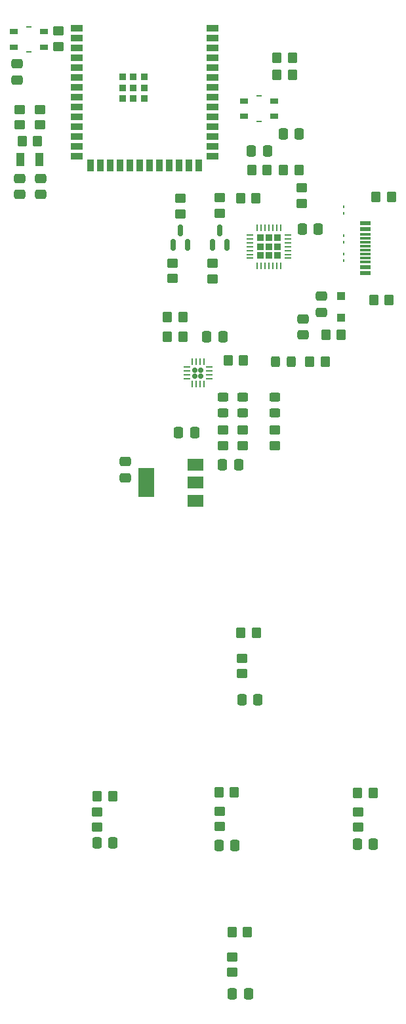
<source format=gbr>
%TF.GenerationSoftware,KiCad,Pcbnew,(6.0.0)*%
%TF.CreationDate,2024-11-08T15:45:11-05:00*%
%TF.ProjectId,sensor-hub,73656e73-6f72-42d6-9875-622e6b696361,rev?*%
%TF.SameCoordinates,Original*%
%TF.FileFunction,Paste,Top*%
%TF.FilePolarity,Positive*%
%FSLAX46Y46*%
G04 Gerber Fmt 4.6, Leading zero omitted, Abs format (unit mm)*
G04 Created by KiCad (PCBNEW (6.0.0)) date 2024-11-08 15:45:11*
%MOMM*%
%LPD*%
G01*
G04 APERTURE LIST*
G04 Aperture macros list*
%AMRoundRect*
0 Rectangle with rounded corners*
0 $1 Rounding radius*
0 $2 $3 $4 $5 $6 $7 $8 $9 X,Y pos of 4 corners*
0 Add a 4 corners polygon primitive as box body*
4,1,4,$2,$3,$4,$5,$6,$7,$8,$9,$2,$3,0*
0 Add four circle primitives for the rounded corners*
1,1,$1+$1,$2,$3*
1,1,$1+$1,$4,$5*
1,1,$1+$1,$6,$7*
1,1,$1+$1,$8,$9*
0 Add four rect primitives between the rounded corners*
20,1,$1+$1,$2,$3,$4,$5,0*
20,1,$1+$1,$4,$5,$6,$7,0*
20,1,$1+$1,$6,$7,$8,$9,0*
20,1,$1+$1,$8,$9,$2,$3,0*%
G04 Aperture macros list end*
%ADD10R,1.100000X1.100000*%
%ADD11R,1.450000X0.600000*%
%ADD12R,1.450000X0.300000*%
%ADD13RoundRect,0.250000X0.337500X0.475000X-0.337500X0.475000X-0.337500X-0.475000X0.337500X-0.475000X0*%
%ADD14R,0.250000X0.360000*%
%ADD15RoundRect,0.250000X0.350000X0.450000X-0.350000X0.450000X-0.350000X-0.450000X0.350000X-0.450000X0*%
%ADD16RoundRect,0.250000X0.475000X-0.337500X0.475000X0.337500X-0.475000X0.337500X-0.475000X-0.337500X0*%
%ADD17R,1.100000X0.700000*%
%ADD18R,0.700000X0.250000*%
%ADD19RoundRect,0.225000X0.225000X0.225000X-0.225000X0.225000X-0.225000X-0.225000X0.225000X-0.225000X0*%
%ADD20RoundRect,0.062500X0.337500X0.062500X-0.337500X0.062500X-0.337500X-0.062500X0.337500X-0.062500X0*%
%ADD21RoundRect,0.062500X0.062500X0.337500X-0.062500X0.337500X-0.062500X-0.337500X0.062500X-0.337500X0*%
%ADD22RoundRect,0.250000X0.450000X-0.350000X0.450000X0.350000X-0.450000X0.350000X-0.450000X-0.350000X0*%
%ADD23RoundRect,0.250000X-0.337500X-0.475000X0.337500X-0.475000X0.337500X0.475000X-0.337500X0.475000X0*%
%ADD24RoundRect,0.150000X0.150000X-0.587500X0.150000X0.587500X-0.150000X0.587500X-0.150000X-0.587500X0*%
%ADD25RoundRect,0.250000X-0.325000X-0.450000X0.325000X-0.450000X0.325000X0.450000X-0.325000X0.450000X0*%
%ADD26RoundRect,0.250000X-0.475000X0.337500X-0.475000X-0.337500X0.475000X-0.337500X0.475000X0.337500X0*%
%ADD27RoundRect,0.250000X-0.450000X0.325000X-0.450000X-0.325000X0.450000X-0.325000X0.450000X0.325000X0*%
%ADD28RoundRect,0.250000X-0.350000X-0.450000X0.350000X-0.450000X0.350000X0.450000X-0.350000X0.450000X0*%
%ADD29RoundRect,0.160000X-0.160000X-0.160000X0.160000X-0.160000X0.160000X0.160000X-0.160000X0.160000X0*%
%ADD30RoundRect,0.062500X-0.375000X-0.062500X0.375000X-0.062500X0.375000X0.062500X-0.375000X0.062500X0*%
%ADD31RoundRect,0.062500X-0.062500X-0.375000X0.062500X-0.375000X0.062500X0.375000X-0.062500X0.375000X0*%
%ADD32R,1.500000X0.900000*%
%ADD33R,0.900000X1.500000*%
%ADD34R,0.900000X0.900000*%
%ADD35R,2.000000X1.500000*%
%ADD36R,2.000000X3.800000*%
%ADD37R,1.000000X1.800000*%
G04 APERTURE END LIST*
D10*
%TO.C,D5*%
X133000000Y-65250000D03*
X133000000Y-62450000D03*
%TD*%
D11*
%TO.C,J1*%
X136115000Y-59550000D03*
X136115000Y-58750000D03*
D12*
X136115000Y-57550000D03*
X136115000Y-56550000D03*
X136115000Y-56050000D03*
X136115000Y-55050000D03*
D11*
X136115000Y-53850000D03*
X136115000Y-53050000D03*
X136115000Y-53050000D03*
X136115000Y-53850000D03*
D12*
X136115000Y-54550000D03*
X136115000Y-55550000D03*
X136115000Y-57050000D03*
X136115000Y-58050000D03*
D11*
X136115000Y-58750000D03*
X136115000Y-59550000D03*
%TD*%
D13*
%TO.C,C1*%
X117737500Y-67700000D03*
X115662500Y-67700000D03*
%TD*%
D14*
%TO.C,D8*%
X133300000Y-51770000D03*
X133300000Y-50930000D03*
%TD*%
D15*
%TO.C,R1*%
X112550000Y-65150000D03*
X110550000Y-65150000D03*
%TD*%
D16*
%TO.C,C4*%
X128050000Y-67487500D03*
X128050000Y-65412500D03*
%TD*%
D15*
%TO.C,R17*%
X122050000Y-105950000D03*
X120050000Y-105950000D03*
%TD*%
D14*
%TO.C,D2*%
X133300000Y-57080000D03*
X133300000Y-57920000D03*
%TD*%
D17*
%TO.C,SW2*%
X124350000Y-37300000D03*
X120450000Y-37300000D03*
X124350000Y-39300000D03*
X120450000Y-39300000D03*
D18*
X122400000Y-36675000D03*
X122400000Y-39925000D03*
%TD*%
D19*
%TO.C,U4*%
X124770000Y-57220000D03*
X122530000Y-54980000D03*
X123650000Y-54980000D03*
X123650000Y-57220000D03*
X122530000Y-57220000D03*
X124770000Y-56100000D03*
X124770000Y-54980000D03*
X123650000Y-56100000D03*
X122530000Y-56100000D03*
D20*
X126100000Y-57600000D03*
X126100000Y-57100000D03*
X126100000Y-56600000D03*
X126100000Y-56100000D03*
X126100000Y-55600000D03*
X126100000Y-55100000D03*
X126100000Y-54600000D03*
D21*
X125150000Y-53650000D03*
X124650000Y-53650000D03*
X124150000Y-53650000D03*
X123650000Y-53650000D03*
X123150000Y-53650000D03*
X122650000Y-53650000D03*
X122150000Y-53650000D03*
D20*
X121200000Y-54600000D03*
X121200000Y-55100000D03*
X121200000Y-55600000D03*
X121200000Y-56100000D03*
X121200000Y-56600000D03*
X121200000Y-57100000D03*
X121200000Y-57600000D03*
D21*
X122150000Y-58550000D03*
X122650000Y-58550000D03*
X123150000Y-58550000D03*
X123650000Y-58550000D03*
X124150000Y-58550000D03*
X124650000Y-58550000D03*
X125150000Y-58550000D03*
%TD*%
D22*
%TO.C,R9*%
X124450000Y-81750000D03*
X124450000Y-79750000D03*
%TD*%
D15*
%TO.C,R18*%
X101500000Y-127000000D03*
X103500000Y-127000000D03*
%TD*%
D23*
%TO.C,C18*%
X121412500Y-43800000D03*
X123487500Y-43800000D03*
%TD*%
D24*
%TO.C,Q2*%
X111300000Y-55887500D03*
X113200000Y-55887500D03*
X112250000Y-54012500D03*
%TD*%
%TO.C,Q1*%
X116350000Y-55887500D03*
X118250000Y-55887500D03*
X117300000Y-54012500D03*
%TD*%
D25*
%TO.C,D6*%
X124525000Y-70900000D03*
X126575000Y-70900000D03*
%TD*%
D22*
%TO.C,R23*%
X101500000Y-129000000D03*
X101500000Y-131000000D03*
%TD*%
D14*
%TO.C,D1*%
X133300000Y-55520000D03*
X133300000Y-54680000D03*
%TD*%
D15*
%TO.C,R15*%
X120900000Y-144500000D03*
X118900000Y-144500000D03*
%TD*%
D26*
%TO.C,C6*%
X105100000Y-83812500D03*
X105100000Y-85887500D03*
%TD*%
D13*
%TO.C,C15*%
X122237500Y-114550000D03*
X120162500Y-114550000D03*
%TD*%
D22*
%TO.C,R6*%
X117750000Y-81750000D03*
X117750000Y-79750000D03*
%TD*%
D23*
%TO.C,C5*%
X117662500Y-84200000D03*
X119737500Y-84200000D03*
%TD*%
D15*
%TO.C,R3*%
X112550000Y-67750000D03*
X110550000Y-67750000D03*
%TD*%
D22*
%TO.C,R12*%
X96500000Y-30300000D03*
X96500000Y-28300000D03*
%TD*%
D27*
%TO.C,D7*%
X124450000Y-75525000D03*
X124450000Y-77575000D03*
%TD*%
D26*
%TO.C,C7*%
X91500000Y-47312500D03*
X91500000Y-49387500D03*
%TD*%
D22*
%TO.C,R21*%
X135200000Y-131000000D03*
X135200000Y-129000000D03*
%TD*%
D13*
%TO.C,C17*%
X119287500Y-133350000D03*
X117212500Y-133350000D03*
%TD*%
D28*
%TO.C,FB1*%
X131000000Y-67500000D03*
X133000000Y-67500000D03*
%TD*%
D29*
%TO.C,U1*%
X114900000Y-72000000D03*
X114900000Y-72800000D03*
X114100000Y-72000000D03*
X114100000Y-72800000D03*
D30*
X113062500Y-71650000D03*
X113062500Y-72150000D03*
X113062500Y-72650000D03*
X113062500Y-73150000D03*
D31*
X113750000Y-73837500D03*
X114250000Y-73837500D03*
X114750000Y-73837500D03*
X115250000Y-73837500D03*
D30*
X115937500Y-73150000D03*
X115937500Y-72650000D03*
X115937500Y-72150000D03*
X115937500Y-71650000D03*
D31*
X115250000Y-70962500D03*
X114750000Y-70962500D03*
X114250000Y-70962500D03*
X113750000Y-70962500D03*
%TD*%
D15*
%TO.C,R16*%
X137100000Y-126600000D03*
X135100000Y-126600000D03*
%TD*%
D23*
%TO.C,C19*%
X127962500Y-53800000D03*
X130037500Y-53800000D03*
%TD*%
D28*
%TO.C,R11*%
X91800000Y-42500000D03*
X93800000Y-42500000D03*
%TD*%
D22*
%TO.C,R13*%
X94150000Y-40400000D03*
X94150000Y-38400000D03*
%TD*%
%TO.C,R22*%
X120200000Y-111200000D03*
X120200000Y-109200000D03*
%TD*%
D15*
%TO.C,R19*%
X119200000Y-126500000D03*
X117200000Y-126500000D03*
%TD*%
D22*
%TO.C,R33*%
X117300000Y-51800000D03*
X117300000Y-49800000D03*
%TD*%
%TO.C,R20*%
X118900000Y-149700000D03*
X118900000Y-147700000D03*
%TD*%
D28*
%TO.C,R30*%
X124700000Y-33900000D03*
X126700000Y-33900000D03*
%TD*%
%TO.C,R29*%
X124700000Y-31700000D03*
X126700000Y-31700000D03*
%TD*%
D15*
%TO.C,R25*%
X127550000Y-46250000D03*
X125550000Y-46250000D03*
%TD*%
D13*
%TO.C,C14*%
X137137500Y-133200000D03*
X135062500Y-133200000D03*
%TD*%
D15*
%TO.C,R8*%
X130950000Y-70900000D03*
X128950000Y-70900000D03*
%TD*%
D32*
%TO.C,U3*%
X98900000Y-27890000D03*
X98900000Y-29160000D03*
X98900000Y-30430000D03*
X98900000Y-31700000D03*
X98900000Y-32970000D03*
X98900000Y-34240000D03*
X98900000Y-35510000D03*
X98900000Y-36780000D03*
X98900000Y-38050000D03*
X98900000Y-39320000D03*
X98900000Y-40590000D03*
X98900000Y-41860000D03*
X98900000Y-43130000D03*
X98900000Y-44400000D03*
D33*
X100665000Y-45650000D03*
X101935000Y-45650000D03*
X103205000Y-45650000D03*
X104475000Y-45650000D03*
X105745000Y-45650000D03*
X107015000Y-45650000D03*
X108285000Y-45650000D03*
X109555000Y-45650000D03*
X110825000Y-45650000D03*
X112095000Y-45650000D03*
X113365000Y-45650000D03*
X114635000Y-45650000D03*
D32*
X116400000Y-44400000D03*
X116400000Y-43130000D03*
X116400000Y-41860000D03*
X116400000Y-40590000D03*
X116400000Y-39320000D03*
X116400000Y-38050000D03*
X116400000Y-36780000D03*
X116400000Y-35510000D03*
X116400000Y-34240000D03*
X116400000Y-32970000D03*
X116400000Y-31700000D03*
X116400000Y-30430000D03*
X116400000Y-29160000D03*
X116400000Y-27890000D03*
D34*
X104750000Y-34210000D03*
X107550000Y-35610000D03*
X106150000Y-34210000D03*
X107550000Y-34210000D03*
X106150000Y-35610000D03*
X107550000Y-37010000D03*
X104750000Y-37010000D03*
X106150000Y-37010000D03*
X104750000Y-35610000D03*
%TD*%
D22*
%TO.C,R10*%
X91450000Y-40400000D03*
X91450000Y-38400000D03*
%TD*%
D15*
%TO.C,R5*%
X139200000Y-63000000D03*
X137200000Y-63000000D03*
%TD*%
D13*
%TO.C,C9*%
X127587500Y-41550000D03*
X125512500Y-41550000D03*
%TD*%
D28*
%TO.C,R2*%
X118400000Y-70800000D03*
X120400000Y-70800000D03*
%TD*%
%TO.C,R28*%
X120000000Y-49900000D03*
X122000000Y-49900000D03*
%TD*%
D27*
%TO.C,D3*%
X117750000Y-75525000D03*
X117750000Y-77575000D03*
%TD*%
D22*
%TO.C,R27*%
X127900000Y-50500000D03*
X127900000Y-48500000D03*
%TD*%
%TO.C,R34*%
X112250000Y-51850000D03*
X112250000Y-49850000D03*
%TD*%
D13*
%TO.C,C13*%
X121037500Y-152500000D03*
X118962500Y-152500000D03*
%TD*%
D15*
%TO.C,R26*%
X123450000Y-46250000D03*
X121450000Y-46250000D03*
%TD*%
D17*
%TO.C,SW1*%
X94650000Y-28350000D03*
X90750000Y-28350000D03*
X90750000Y-30350000D03*
X94650000Y-30350000D03*
D18*
X92700000Y-27725000D03*
X92700000Y-30975000D03*
%TD*%
D35*
%TO.C,U2*%
X114150000Y-88850000D03*
X114150000Y-86550000D03*
D36*
X107850000Y-86550000D03*
D35*
X114150000Y-84250000D03*
%TD*%
D26*
%TO.C,C10*%
X94200000Y-47312500D03*
X94200000Y-49387500D03*
%TD*%
D37*
%TO.C,Y1*%
X94050000Y-44900000D03*
X91550000Y-44900000D03*
%TD*%
D22*
%TO.C,R31*%
X116350000Y-60250000D03*
X116350000Y-58250000D03*
%TD*%
D13*
%TO.C,C2*%
X114087500Y-80050000D03*
X112012500Y-80050000D03*
%TD*%
D26*
%TO.C,C3*%
X130450000Y-62512500D03*
X130450000Y-64587500D03*
%TD*%
D22*
%TO.C,R32*%
X111250000Y-60200000D03*
X111250000Y-58200000D03*
%TD*%
D16*
%TO.C,C8*%
X91150000Y-34587500D03*
X91150000Y-32512500D03*
%TD*%
D13*
%TO.C,C16*%
X101462500Y-133000000D03*
X103537500Y-133000000D03*
%TD*%
D22*
%TO.C,R24*%
X117300000Y-130900000D03*
X117300000Y-128900000D03*
%TD*%
%TO.C,R7*%
X120300000Y-81750000D03*
X120300000Y-79750000D03*
%TD*%
D27*
%TO.C,D4*%
X120300000Y-75525000D03*
X120300000Y-77575000D03*
%TD*%
D15*
%TO.C,R4*%
X139500000Y-49700000D03*
X137500000Y-49700000D03*
%TD*%
M02*

</source>
